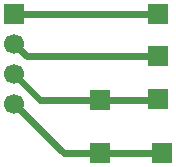
<source format=gbr>
%TF.GenerationSoftware,KiCad,Pcbnew,9.0.1*%
%TF.CreationDate,2025-05-06T14:46:56+03:00*%
%TF.ProjectId,plata_zmk,706c6174-615f-47a6-9d6b-2e6b69636164,rev?*%
%TF.SameCoordinates,Original*%
%TF.FileFunction,Copper,L1,Top*%
%TF.FilePolarity,Positive*%
%FSLAX46Y46*%
G04 Gerber Fmt 4.6, Leading zero omitted, Abs format (unit mm)*
G04 Created by KiCad (PCBNEW 9.0.1) date 2025-05-06 14:46:56*
%MOMM*%
%LPD*%
G01*
G04 APERTURE LIST*
%TA.AperFunction,ComponentPad*%
%ADD10R,1.700000X1.700000*%
%TD*%
%TA.AperFunction,ComponentPad*%
%ADD11C,1.700000*%
%TD*%
%TA.AperFunction,Conductor*%
%ADD12C,0.600000*%
%TD*%
G04 APERTURE END LIST*
D10*
%TO.P,REF\u002A\u002A,1*%
%TO.N,N/C*%
X256500000Y-59300000D03*
%TD*%
%TO.P,REF\u002A\u002A,1*%
%TO.N,N/C*%
X244300000Y-59300000D03*
D11*
%TO.P,REF\u002A\u002A,2*%
X244300000Y-61840000D03*
%TO.P,REF\u002A\u002A,3*%
X244300000Y-64380000D03*
%TO.P,REF\u002A\u002A,4*%
X244300000Y-66920000D03*
%TD*%
D10*
%TO.P,REF\u002A\u002A,1*%
%TO.N,N/C*%
X251600000Y-66600000D03*
%TD*%
%TO.P,REF\u002A\u002A,1*%
%TO.N,N/C*%
X256800000Y-71100000D03*
%TD*%
%TO.P,REF\u002A\u002A,1*%
%TO.N,N/C*%
X251600000Y-71100000D03*
%TD*%
%TO.P,REF\u002A\u002A,1*%
%TO.N,N/C*%
X256500000Y-62900000D03*
%TD*%
%TO.P,REF\u002A\u002A,1*%
%TO.N,N/C*%
X256500000Y-66500000D03*
%TD*%
D12*
%TO.N,*%
X245360000Y-62900000D02*
X256500000Y-62900000D01*
X244300000Y-61840000D02*
X245360000Y-62900000D01*
X256500000Y-59300000D02*
X244300000Y-59300000D01*
X251600000Y-71100000D02*
X256800000Y-71100000D01*
X251600000Y-66600000D02*
X256400000Y-66600000D01*
X256400000Y-66600000D02*
X256500000Y-66500000D01*
X244300000Y-64380000D02*
X246520000Y-66600000D01*
X246520000Y-66600000D02*
X251600000Y-66600000D01*
X248480000Y-71100000D02*
X251600000Y-71100000D01*
X244300000Y-66920000D02*
X248480000Y-71100000D01*
%TD*%
M02*

</source>
